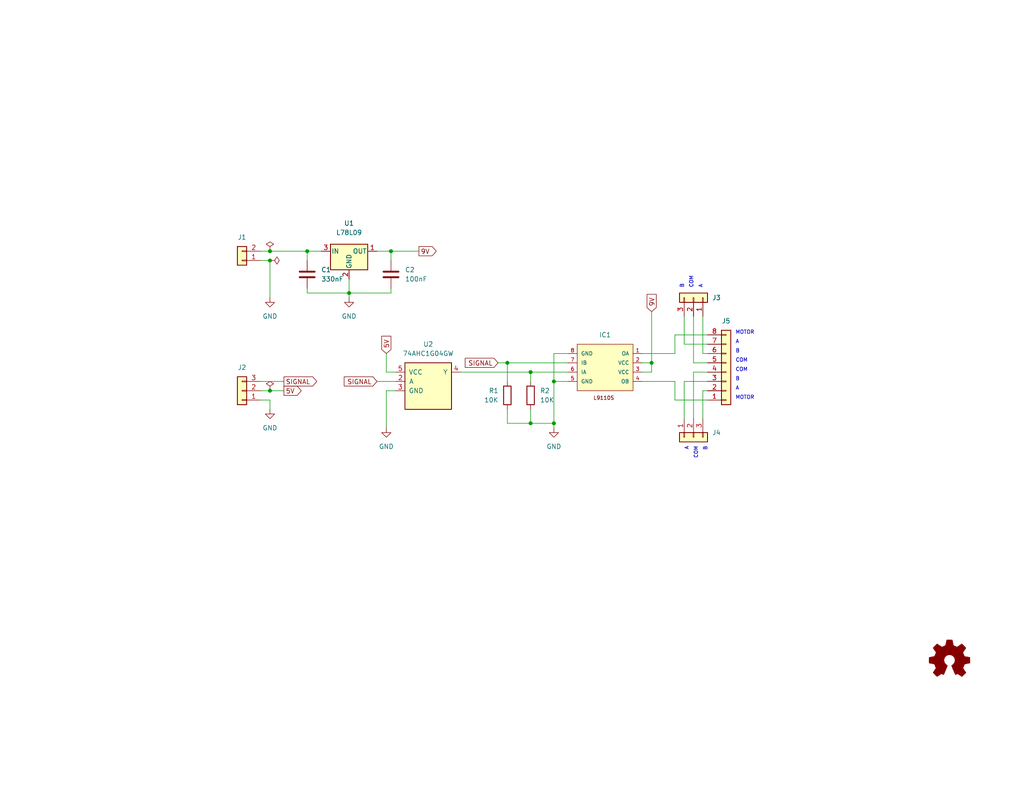
<source format=kicad_sch>
(kicad_sch (version 20211123) (generator eeschema)
  (paper "USLetter")
  (title_block (title "Tortoise Control Board") (date "2022-02-12") (rev "A") (company "Wright Train Works"))
  (lib_symbols
    (symbol "74AHC1G04GW:74AHC1G04GW" (pin_names (offset 1.016))
      (property "Reference" "U" (at -6.35 7.62 0))
      (property "Value" "74AHC1G04GW" (at -6.35 -10.16 0))
      (symbol "74AHC1G04GW_0_0"
        (rectangle (start -6.35 6.35) (end 6.35 -6.35) (stroke (width 0.254)) (fill (type background)))
        (pin no_connect line (at -8.89 -3.81 0) (length 2.54) hide (name "N.C") (number "1"))
        (pin input line (at -8.89 1.27 0) (length 2.64) (name "A") (number "2"))
        (pin passive line (at -8.89 -1.27 0) (length 2.54) (name "GND") (number "3"))
        (pin output line (at 8.89 3.81 180) (length 2.54) (name "Y") (number "4"))
        (pin power_in line (at -8.89 3.81 0) (length 2.54) (name "VCC") (number "5"))
      )
    )
    (symbol "Connector_Generic:Conn_01x02" (pin_names (offset 1.016) hide)
      (property "Reference" "J" (at 0 2.54 0))
      (property "Value" "Conn_01x02" (at 0 -5.08 0))
      (symbol "Conn_01x02_1_1"
        (rectangle (start -1.27 -2.413) (end 0 -2.667) (stroke (width 0.1524)))
        (rectangle (start -1.27 0.127) (end 0 -0.127) (stroke (width 0.1524)))
        (rectangle (start -1.27 1.27) (end 1.27 -3.81) (stroke (width 0.254)) (fill (type background)))
        (pin passive line (at -5.08 0 0) (length 3.81) (name "Pin_1") (number "1"))
        (pin passive line (at -5.08 -2.54 0) (length 3.81) (name "Pin_2") (number "2"))
      )
    )
    (symbol "Connector_Generic:Conn_01x03" (pin_names (offset 1.016) hide)
      (property "Reference" "J" (at 0 5.08 0))
      (property "Value" "Conn_01x03" (at 0 -5.08 0))
      (symbol "Conn_01x03_1_1"
        (rectangle (start -1.27 -2.413) (end 0 -2.667) (stroke (width 0.1524)))
        (rectangle (start -1.27 0.127) (end 0 -0.127) (stroke (width 0.1524)))
        (rectangle (start -1.27 2.667) (end 0 2.413) (stroke (width 0.1524)))
        (rectangle (start -1.27 3.81) (end 1.27 -3.81) (stroke (width 0.254)) (fill (type background)))
        (pin passive line (at -5.08 2.54 0) (length 3.81) (name "Pin_1") (number "1"))
        (pin passive line (at -5.08 0 0) (length 3.81) (name "Pin_2") (number "2"))
        (pin passive line (at -5.08 -2.54 0) (length 3.81) (name "Pin_3") (number "3"))
      )
    )
    (symbol "Connector_Generic:Conn_01x08" (pin_names (offset 1.016) hide)
      (property "Reference" "J" (at 0 10.16 0))
      (property "Value" "Conn_01x08" (at 0 -12.7 0))
      (symbol "Conn_01x08_1_1"
        (rectangle (start -1.27 -10.033) (end 0 -10.287) (stroke (width 0.1524)))
        (rectangle (start -1.27 -7.493) (end 0 -7.747) (stroke (width 0.1524)))
        (rectangle (start -1.27 -4.953) (end 0 -5.207) (stroke (width 0.1524)))
        (rectangle (start -1.27 -2.413) (end 0 -2.667) (stroke (width 0.1524)))
        (rectangle (start -1.27 0.127) (end 0 -0.127) (stroke (width 0.1524)))
        (rectangle (start -1.27 2.667) (end 0 2.413) (stroke (width 0.1524)))
        (rectangle (start -1.27 5.207) (end 0 4.953) (stroke (width 0.1524)))
        (rectangle (start -1.27 7.747) (end 0 7.493) (stroke (width 0.1524)))
        (rectangle (start -1.27 8.89) (end 1.27 -11.43) (stroke (width 0.254)) (fill (type background)))
        (pin passive line (at -5.08 7.62 0) (length 3.81) (name "Pin_1") (number "1"))
        (pin passive line (at -5.08 5.08 0) (length 3.81) (name "Pin_2") (number "2"))
        (pin passive line (at -5.08 2.54 0) (length 3.81) (name "Pin_3") (number "3"))
        (pin passive line (at -5.08 0 0) (length 3.81) (name "Pin_4") (number "4"))
        (pin passive line (at -5.08 -2.54 0) (length 3.81) (name "Pin_5") (number "5"))
        (pin passive line (at -5.08 -5.08 0) (length 3.81) (name "Pin_6") (number "6"))
        (pin passive line (at -5.08 -7.62 0) (length 3.81) (name "Pin_7") (number "7"))
        (pin passive line (at -5.08 -10.16 0) (length 3.81) (name "Pin_8") (number "8"))
      )
    )
    (symbol "Device:C" (pin_numbers hide) (pin_names (offset 0.254))
      (property "Reference" "C" (at 0.635 2.54 0))
      (property "Value" "C" (at 0.635 -2.54 0))
      (symbol "C_0_1"
        (polyline (pts (xy -2.032 -0.762) (xy 2.032 -0.762)) (stroke (width 0.508)))
        (polyline (pts (xy -2.032 0.762) (xy 2.032 0.762)) (stroke (width 0.508)))
      )
      (symbol "C_1_1"
        (pin passive line (at 0 3.81 270) (length 2.794) (name "~") (number "1"))
        (pin passive line (at 0 -3.81 90) (length 2.794) (name "~") (number "2"))
      )
    )
    (symbol "Device:R" (pin_numbers hide) (pin_names (offset 0))
      (property "Reference" "R" (at 2.032 0 90))
      (property "Value" "R" (at 0 0 90))
      (symbol "R_0_1"
        (rectangle (start -1.016 -2.54) (end 1.016 2.54) (stroke (width 0.254)))
      )
      (symbol "R_1_1"
        (pin passive line (at 0 3.81 270) (length 1.27) (name "~") (number "1"))
        (pin passive line (at 0 -3.81 90) (length 1.27) (name "~") (number "2"))
      )
    )
    (symbol "Graphic:Logo_Open_Hardware_Small" (pin_names (offset 1.016))
      (symbol "Logo_Open_Hardware_Small_0_1"
        (polyline (pts (xy 3.3528 -4.3434) (xy 3.302 -4.318) (xy 3.175 -4.2418) (xy 2.9972 -4.1148) (xy 2.7686 -3.9624) (xy 2.54 -3.81) (xy 2.3622 -3.7084) (xy 2.2352 -3.6068) (xy 2.1844 -3.5814) (xy 2.159 -3.6068) (xy 2.0574 -3.6576) (xy 1.905 -3.7338) (xy 1.8034 -3.7846) (xy 1.6764 -3.8354) (xy 1.6002 -3.8354) (xy 1.6002 -3.8354) (xy 1.5494 -3.7338) (xy 1.4732 -3.5306) (xy 1.3462 -3.302) (xy 1.2446 -3.0226) (xy 1.1176 -2.7178) (xy 0.9652 -2.413) (xy 0.8636 -2.1082) (xy 0.7366 -1.8288) (xy 0.6604 -1.6256) (xy 0.6096 -1.4732) (xy 0.5842 -1.397) (xy 0.5842 -1.397) (xy 0.6604 -1.3208) (xy 0.7874 -1.2446) (xy 1.0414 -1.016) (xy 1.2954 -0.6858) (xy 1.4478 -0.3302) (xy 1.524 0.0762) (xy 1.4732 0.4572) (xy 1.3208 0.8128) (xy 1.0668 1.143) (xy 0.762 1.3716) (xy 0.4064 1.524) (xy 0 1.5748) (xy -0.381 1.5494) (xy -0.7366 1.397) (xy -1.0668 1.143) (xy -1.2192 0.9906) (xy -1.397 0.6604) (xy -1.524 0.3048) (xy -1.524 0.2286) (xy -1.4986 -0.1778) (xy -1.397 -0.5334) (xy -1.1938 -0.8636) (xy -0.9144 -1.143) (xy -0.8636 -1.1684) (xy -0.7366 -1.27) (xy -0.635 -1.3462) (xy -0.5842 -1.397) (xy -1.0668 -2.5908) (xy -1.143 -2.794) (xy -1.2954 -3.1242) (xy -1.397 -3.4036) (xy -1.4986 -3.6322) (xy -1.5748 -3.7846) (xy -1.6002 -3.8354) (xy -1.6002 -3.8354) (xy -1.651 -3.8354) (xy -1.7272 -3.81) (xy -1.905 -3.7338) (xy -2.0066 -3.683) (xy -2.1336 -3.6068) (xy -2.2098 -3.5814) (xy -2.2606 -3.6068) (xy -2.3622 -3.683) (xy -2.54 -3.81) (xy -2.7686 -3.9624) (xy -2.9718 -4.0894) (xy -3.1496 -4.2164) (xy -3.302 -4.318) (xy -3.3528 -4.3434) (xy -3.3782 -4.3434) (xy -3.429 -4.318) (xy -3.5306 -4.2164) (xy -3.7084 -4.064) (xy -3.937 -3.8354) (xy -3.9624 -3.81) (xy -4.1656 -3.6068) (xy -4.318 -3.4544) (xy -4.4196 -3.3274) (xy -4.445 -3.2766) (xy -4.445 -3.2766) (xy -4.4196 -3.2258) (xy -4.318 -3.0734) (xy -4.2164 -2.8956) (xy -4.064 -2.667) (xy -3.6576 -2.0828) (xy -3.8862 -1.5494) (xy -3.937 -1.3716) (xy -4.0386 -1.1684) (xy -4.0894 -1.0414) (xy -4.1148 -0.9652) (xy -4.191 -0.9398) (xy -4.318 -0.9144) (xy -4.5466 -0.8636) (xy -4.8006 -0.8128) (xy -5.0546 -0.7874) (xy -5.2578 -0.7366) (xy -5.4356 -0.7112) (xy -5.5118 -0.6858) (xy -5.5118 -0.6858) (xy -5.5372 -0.635) (xy -5.5372 -0.5588) (xy -5.5372 -0.4318) (xy -5.5626 -0.2286) (xy -5.5626 0.0762) (xy -5.5626 0.127) (xy -5.5372 0.4064) (xy -5.5372 0.635) (xy -5.5372 0.762) (xy -5.5372 0.8382) (xy -5.5372 0.8382) (xy -5.461 0.8382) (xy -5.3086 0.889) (xy -5.08 0.9144) (xy -4.826 0.9652) (xy -4.8006 0.9906) (xy -4.5466 1.0414) (xy -4.318 1.0668) (xy -4.1656 1.1176) (xy -4.0894 1.143) (xy -4.0894 1.143) (xy -4.0386 1.2446) (xy -3.9624 1.4224) (xy -3.8608 1.6256) (xy -3.7846 1.8288) (xy -3.7084 2.0066) (xy -3.6576 2.159) (xy -3.6322 2.2098) (xy -3.6322 2.2098) (xy -3.683 2.286) (xy -3.7592 2.413) (xy -3.8862 2.5908) (xy -4.064 2.8194) (xy -4.064 2.8448) (xy -4.2164 3.0734) (xy -4.3434 3.2512) (xy -4.4196 3.3782) (xy -4.445 3.4544) (xy -4.445 3.4544) (xy -4.3942 3.5052) (xy -4.2926 3.6322) (xy -4.1148 3.81) (xy -3.937 4.0132) (xy -3.8608 4.064) (xy -3.6576 4.2926) (xy -3.5052 4.4196) (xy -3.4036 4.4958) (xy -3.3528 4.5212) (xy -3.3528 4.5212) (xy -3.302 4.4704) (xy -3.1496 4.3688) (xy -2.9718 4.2418) (xy -2.7432 4.0894) (xy -2.7178 4.0894) (xy -2.4892 3.937) (xy -2.3114 3.81) (xy -2.1844 3.7084) (xy -2.1336 3.683) (xy -2.1082 3.683) (xy -2.032 3.7084) (xy -1.8542 3.7592) (xy -1.6764 3.8354) (xy -1.4732 3.937) (xy -1.27 4.0132) (xy -1.143 4.064) (xy -1.0668 4.1148) (xy -1.0668 4.1148) (xy -1.0414 4.191) (xy -1.016 4.3434) (xy -0.9652 4.572) (xy -0.9144 4.8514) (xy -0.889 4.9022) (xy -0.8382 5.1562) (xy -0.8128 5.3848) (xy -0.7874 5.5372) (xy -0.762 5.588) (xy -0.7112 5.6134) (xy -0.5842 5.6134) (xy -0.4064 5.6134) (xy -0.1524 5.6134) (xy 0.0762 5.6134) (xy 0.3302 5.6134) (xy 0.5334 5.6134) (xy 0.6858 5.588) (xy 0.7366 5.588) (xy 0.7366 5.588) (xy 0.762 5.5118) (xy 0.8128 5.334) (xy 0.8382 5.1054) (xy 0.9144 4.826) (xy 0.9144 4.7752) (xy 0.9652 4.5212) (xy 1.016 4.2926) (xy 1.0414 4.1402) (xy 1.0668 4.0894) (xy 1.0668 4.0894) (xy 1.1938 4.0386) (xy 1.3716 3.9624) (xy 1.5748 3.8608) (xy 2.0828 3.6576) (xy 2.7178 4.0894) (xy 2.7686 4.1402) (xy 2.9972 4.2926) (xy 3.175 4.4196) (xy 3.302 4.4958) (xy 3.3782 4.5212) (xy 3.3782 4.5212) (xy 3.429 4.4704) (xy 3.556 4.3434) (xy 3.7338 4.191) (xy 3.9116 3.9878) (xy 4.064 3.8354) (xy 4.2418 3.6576) (xy 4.3434 3.556) (xy 4.4196 3.4798) (xy 4.4196 3.429) (xy 4.4196 3.4036) (xy 4.3942 3.3274) (xy 4.2926 3.2004) (xy 4.1656 2.9972) (xy 4.0132 2.794) (xy 3.8862 2.5908) (xy 3.7592 2.3876) (xy 3.6576 2.2352) (xy 3.6322 2.159) (xy 3.6322 2.1336) (xy 3.683 2.0066) (xy 3.7592 1.8288) (xy 3.8608 1.6002) (xy 4.064 1.1176) (xy 4.3942 1.0414) (xy 4.5974 1.016) (xy 4.8768 0.9652) (xy 5.1308 0.9144) (xy 5.5372 0.8382) (xy 5.5626 -0.6604) (xy 5.4864 -0.6858) (xy 5.4356 -0.6858) (xy 5.2832 -0.7366) (xy 5.0546 -0.762) (xy 4.8006 -0.8128) (xy 4.5974 -0.8636) (xy 4.3688 -0.9144) (xy 4.2164 -0.9398) (xy 4.1402 -0.9398) (xy 4.1148 -0.9652) (xy 4.064 -1.0668) (xy 3.9878 -1.2446) (xy 3.9116 -1.4478) (xy 3.81 -1.651) (xy 3.7338 -1.8542) (xy 3.683 -2.0066) (xy 3.6576 -2.0828) (xy 3.683 -2.1336) (xy 3.7846 -2.2606) (xy 3.8862 -2.4638) (xy 4.0386 -2.667) (xy 4.191 -2.8956) (xy 4.318 -3.0734) (xy 4.3942 -3.2004) (xy 4.445 -3.2766) (xy 4.4196 -3.3274) (xy 4.3434 -3.429) (xy 4.1656 -3.5814) (xy 3.937 -3.8354) (xy 3.8862 -3.8608) (xy 3.683 -4.064) (xy 3.5306 -4.2164) (xy 3.4036 -4.318) (xy 3.3528 -4.3434)) (fill (type outline)))
      )
    )
    (symbol "L9110S:L9110S" (pin_names (offset 1.016))
      (property "Reference" "IC" (at 5.08 8.89 0))
      (symbol "L9110S_0_0"
        (rectangle (start -7.62 -5.08) (end 7.62 7.62) (stroke (width 0.1524)) (fill (type background)))
        (text "L9110S" (at -2.54 -7.62 0) (effects (font (size 1 1)) (justify left bottom)))
        (pin output line (at -10.16 5.08 0) (length 2.54) (name "OA") (number "1"))
        (pin power_in line (at -10.16 2.54 0) (length 2.54) (name "VCC") (number "2"))
        (pin power_in line (at -10.16 0 0) (length 2.54) (name "VCC") (number "3"))
        (pin output line (at -10.16 -2.54 0) (length 2.54) (name "OB") (number "4"))
        (pin power_in line (at 10.16 -2.54 180) (length 2.54) (name "GND") (number "5"))
        (pin input line (at 10.16 0 180) (length 2.54) (name "IA") (number "6"))
        (pin input line (at 10.16 2.54 180) (length 2.54) (name "IB") (number "7"))
        (pin power_in line (at 10.16 5.08 180) (length 2.54) (name "GND") (number "8"))
      )
    )
    (symbol "Regulator_Linear:L78L09_SOT89" (pin_names (offset 0.254))
      (property "Reference" "U" (at -3.81 3.175 0))
      (property "Value" "L78L09_SOT89" (at -0.635 3.175 0))
      (symbol "L78L09_SOT89_0_1"
        (rectangle (start -5.08 1.905) (end 5.08 -5.08) (stroke (width 0.254)) (fill (type background)))
      )
      (symbol "L78L09_SOT89_1_1"
        (pin power_out line (at 7.62 0 180) (length 2.54) (name "OUT") (number "1"))
        (pin power_in line (at 0 -7.62 90) (length 2.54) (name "GND") (number "2"))
        (pin power_in line (at -7.62 0 0) (length 2.54) (name "IN") (number "3"))
      )
    )
    (symbol "power:GND" (power) (pin_names (offset 0))
      (property "Value" "GND" (at 0 -3.81 0))
      (symbol "GND_0_1"
        (polyline (pts (xy 0 0) (xy 0 -1.27) (xy 1.27 -1.27) (xy 0 -2.54) (xy -1.27 -1.27) (xy 0 -1.27)))
      )
      (symbol "GND_1_1"
        (pin power_in line (at 0 0 270) (length 0) hide (name "GND") (number "1"))
      )
    )
    (symbol "power:PWR_FLAG" (power) (pin_numbers hide) (pin_names (offset 0) hide)
      (property "Value" "PWR_FLAG" (at 0 3.81 0))
      (symbol "PWR_FLAG_0_0"
        (pin power_out line (at 0 0 90) (length 0) (name "pwr") (number "1"))
      )
      (symbol "PWR_FLAG_0_1"
        (polyline (pts (xy 0 0) (xy 0 1.27) (xy -1.016 1.905) (xy 0 2.54) (xy 1.016 1.905) (xy 0 1.27)))
      )
    )
  )
  (junction (at 144.78 115.57))
  (junction (at 106.68 68.58))
  (junction (at 177.8 99.06))
  (junction (at 151.13 104.14))
  (junction (at 73.66 106.68))
  (junction (at 73.66 68.58))
  (junction (at 83.82 68.58))
  (junction (at 138.43 99.06))
  (junction (at 73.66 71.12))
  (junction (at 151.13 115.57))
  (junction (at 144.78 101.6))
  (junction (at 95.25 80.01))
  (wire (pts (xy 138.43 111.76) (xy 138.43 115.57)))
  (wire (pts (xy 106.68 78.74) (xy 106.68 80.01)))
  (wire (pts (xy 71.12 68.58) (xy 73.66 68.58)))
  (wire (pts (xy 106.68 80.01) (xy 95.25 80.01)))
  (wire (pts (xy 138.43 99.06) (xy 138.43 104.14)))
  (wire (pts (xy 106.68 68.58) (xy 102.87 68.58)))
  (wire (pts (xy 73.66 106.68) (xy 77.47 106.68)))
  (wire (pts (xy 151.13 104.14) (xy 151.13 115.57)))
  (wire (pts (xy 71.12 109.22) (xy 73.66 109.22)))
  (wire (pts (xy 106.68 68.58) (xy 114.3 68.58)))
  (wire (pts (xy 184.15 109.22) (xy 193.04 109.22)))
  (wire (pts (xy 175.26 96.52) (xy 184.15 96.52)))
  (wire (pts (xy 193.04 104.14) (xy 186.69 104.14)))
  (wire (pts (xy 95.25 80.01) (xy 95.25 81.28)))
  (wire (pts (xy 107.95 101.6) (xy 105.41 101.6)))
  (wire (pts (xy 73.66 109.22) (xy 73.66 111.76)))
  (wire (pts (xy 193.04 106.68) (xy 191.77 106.68)))
  (wire (pts (xy 73.66 68.58) (xy 83.82 68.58)))
  (wire (pts (xy 186.69 104.14) (xy 186.69 114.3)))
  (wire (pts (xy 191.77 106.68) (xy 191.77 114.3)))
  (wire (pts (xy 177.8 99.06) (xy 177.8 101.6)))
  (wire (pts (xy 102.87 104.14) (xy 107.95 104.14)))
  (wire (pts (xy 105.41 96.52) (xy 105.41 101.6)))
  (wire (pts (xy 151.13 96.52) (xy 151.13 104.14)))
  (wire (pts (xy 105.41 106.68) (xy 105.41 116.84)))
  (wire (pts (xy 135.89 99.06) (xy 138.43 99.06)))
  (wire (pts (xy 83.82 68.58) (xy 87.63 68.58)))
  (wire (pts (xy 191.77 86.36) (xy 191.77 96.52)))
  (wire (pts (xy 186.69 93.98) (xy 193.04 93.98)))
  (wire (pts (xy 175.26 104.14) (xy 184.15 104.14)))
  (wire (pts (xy 184.15 96.52) (xy 184.15 91.44)))
  (wire (pts (xy 144.78 115.57) (xy 151.13 115.57)))
  (wire (pts (xy 144.78 101.6) (xy 154.94 101.6)))
  (wire (pts (xy 184.15 104.14) (xy 184.15 109.22)))
  (wire (pts (xy 71.12 71.12) (xy 73.66 71.12)))
  (wire (pts (xy 106.68 71.12) (xy 106.68 68.58)))
  (wire (pts (xy 144.78 111.76) (xy 144.78 115.57)))
  (wire (pts (xy 125.73 101.6) (xy 144.78 101.6)))
  (wire (pts (xy 138.43 99.06) (xy 154.94 99.06)))
  (wire (pts (xy 83.82 80.01) (xy 95.25 80.01)))
  (wire (pts (xy 151.13 115.57) (xy 151.13 116.84)))
  (wire (pts (xy 71.12 106.68) (xy 73.66 106.68)))
  (wire (pts (xy 151.13 104.14) (xy 154.94 104.14)))
  (wire (pts (xy 189.23 101.6) (xy 193.04 101.6)))
  (wire (pts (xy 175.26 99.06) (xy 177.8 99.06)))
  (wire (pts (xy 189.23 86.36) (xy 189.23 99.06)))
  (wire (pts (xy 186.69 86.36) (xy 186.69 93.98)))
  (wire (pts (xy 144.78 101.6) (xy 144.78 104.14)))
  (wire (pts (xy 154.94 96.52) (xy 151.13 96.52)))
  (wire (pts (xy 138.43 115.57) (xy 144.78 115.57)))
  (wire (pts (xy 177.8 85.09) (xy 177.8 99.06)))
  (wire (pts (xy 184.15 91.44) (xy 193.04 91.44)))
  (wire (pts (xy 73.66 71.12) (xy 73.66 81.28)))
  (wire (pts (xy 71.12 104.14) (xy 77.47 104.14)))
  (wire (pts (xy 191.77 96.52) (xy 193.04 96.52)))
  (wire (pts (xy 83.82 78.74) (xy 83.82 80.01)))
  (wire (pts (xy 189.23 99.06) (xy 193.04 99.06)))
  (wire (pts (xy 107.95 106.68) (xy 105.41 106.68)))
  (wire (pts (xy 189.23 114.3) (xy 189.23 101.6)))
  (wire (pts (xy 83.82 68.58) (xy 83.82 71.12)))
  (wire (pts (xy 175.26 101.6) (xy 177.8 101.6)))
  (wire (pts (xy 95.25 76.2) (xy 95.25 80.01)))
  (text "A" (at 191.77 78.74 90) (effects (font (size 1 1)) (justify left bottom)))
  (text "B" (at 200.66 104.14 0) (effects (font (size 1 1)) (justify left bottom)))
  (text "B" (at 200.66 96.52 0) (effects (font (size 1 1)) (justify left bottom)))
  (text "COM" (at 200.66 101.6 0) (effects (font (size 1 1)) (justify left bottom)))
  (text "A" (at 200.66 106.68 0) (effects (font (size 1 1)) (justify left bottom)))
  (text "A" (at 187.96 121.92 270) (effects (font (size 1 1)) (justify right bottom)))
  (text "COM" (at 200.66 99.06 0) (effects (font (size 1 1)) (justify left bottom)))
  (text "B" (at 193.04 121.92 270) (effects (font (size 1 1)) (justify right bottom)))
  (text "COM" (at 189.23 78.74 90) (effects (font (size 1 1)) (justify left bottom)))
  (text "MOTOR" (at 200.66 91.44 0) (effects (font (size 1 1)) (justify left bottom)))
  (text "MOTOR" (at 200.66 109.22 0) (effects (font (size 1 1)) (justify left bottom)))
  (text "A" (at 200.66 93.98 0) (effects (font (size 1 1)) (justify left bottom)))
  (text "COM" (at 190.5 121.92 270) (effects (font (size 1 1)) (justify right bottom)))
  (text "B" (at 186.69 78.74 90) (effects (font (size 1 1)) (justify left bottom)))
  (global_label "9V" (shape output) (at 114.3 68.58 0) (property "Intersheet References" "${INTERSHEET_REFS}" (effects hide)))
  (global_label "SIGNAL" (shape input) (at 135.89 99.06 180) (property "Intersheet References" "${INTERSHEET_REFS}" (effects hide)))
  (global_label "5V" (shape input) (at 105.41 96.52 90) (property "Intersheet References" "${INTERSHEET_REFS}" (effects hide)))
  (global_label "9V" (shape input) (at 177.8 85.09 90) (property "Intersheet References" "${INTERSHEET_REFS}" (effects hide)))
  (global_label "SIGNAL" (shape output) (at 77.47 104.14 0) (property "Intersheet References" "${INTERSHEET_REFS}" (effects hide)))
  (global_label "5V" (shape output) (at 77.47 106.68 0) (property "Intersheet References" "${INTERSHEET_REFS}" (effects hide)))
  (global_label "SIGNAL" (shape input) (at 102.87 104.14 180) (property "Intersheet References" "${INTERSHEET_REFS}" (effects hide)))
  (symbol (lib_id "Device:R") (at 138.43 107.95 0) (unit 1)
    (property "Reference" "R1" (at 133.35 106.68 0) (effects (justify left)))
    (property "Value" "10K" (at 132.08 109.22 0) (effects (justify left)))
    (property "Footprint" "Resistor_SMD:R_0603_1608Metric" (effects hide))
    (property "JLCPCB" "C25804" (effects hide))
    (property "LCSC" "C25804" (effects hide))
  )
  (symbol (lib_id "Graphic:Logo_Open_Hardware_Small") (at 259.08 180.34 0) (unit 1)
    (property "Reference" "#LOGO1" (effects hide))
    (property "Value" "Logo_Open_Hardware_Small" (effects hide))
  )
  (symbol (lib_id "Regulator_Linear:L78L09_SOT89") (at 95.25 68.58 0) (unit 1)
    (property "Reference" "U1" (at 95.25 60.96 0))
    (property "Value" "L78L09" (at 95.25 63.5 0))
    (property "Footprint" "Package_TO_SOT_SMD:SOT-89-3" (effects hide))
    (property "Datasheet" "http://www.st.com/content/ccc/resource/technical/document/datasheet/15/55/e5/aa/23/5b/43/fd/CD00000446.pdf/files/CD00000446.pdf/jcr:content/translations/en.CD00000446.pdf" (effects hide))
    (property "JLCPCB" "C8614" (effects hide))
    (property "LCSC" "C8614" (effects hide))
  )
  (symbol (lib_id "power:GND") (at 95.25 81.28 0) (unit 1)
    (property "Reference" "#PWR03" (effects hide))
    (property "Value" "GND" (at 95.25 86.36 0))
  )
  (symbol (lib_id "power:GND") (at 151.13 116.84 0) (unit 1)
    (property "Reference" "#PWR05" (effects hide))
    (property "Value" "GND" (at 151.13 121.92 0))
  )
  (symbol (lib_id "power:GND") (at 105.41 116.84 0) (unit 1)
    (property "Reference" "#PWR04" (effects hide))
    (property "Value" "GND" (at 105.41 121.92 0))
  )
  (symbol (lib_id "Connector_Generic:Conn_01x02") (at 66.04 71.12 180) (unit 1)
    (property "Reference" "J1" (at 66.04 64.77 0))
    (property "Value" "Conn_01x02" (effects hide))
    (property "Footprint" "TerminalBlock_Phoenix:TerminalBlock_Phoenix_PT-1,5-2-3.5-H_1x02_P3.50mm_Horizontal" (effects hide))
  )
  (symbol (lib_id "Connector_Generic:Conn_01x08") (at 198.12 101.6 0) (mirror x) (unit 1)
    (property "Reference" "J5" (at 198.12 87.63 0))
    (property "Value" "Conn_01x08" (effects hide))
    (property "Footprint" "EBM08DSXN:EBM08DSXN" (effects hide))
    (property "Sullins" "EBM08DSXN" (effects hide))
    (property "DigiKey" "S9676-ND" (effects hide))
  )
  (symbol (lib_id "Device:R") (at 144.78 107.95 0) (unit 1)
    (property "Reference" "R2" (at 147.32 106.6799 0) (effects (justify left)))
    (property "Value" "10K" (at 147.32 109.2199 0) (effects (justify left)))
    (property "Footprint" "Resistor_SMD:R_0603_1608Metric" (effects hide))
    (property "JLCPCB" "C25804" (effects hide))
    (property "LCSC" "C25804" (effects hide))
  )
  (symbol (lib_id "Device:C") (at 106.68 74.93 0) (unit 1)
    (property "Reference" "C2" (at 110.49 73.6599 0) (effects (justify left)))
    (property "Value" "100nF" (at 110.49 76.1999 0) (effects (justify left)))
    (property "Footprint" "Capacitor_SMD:C_0603_1608Metric" (effects hide))
    (property "JLCPCB" "C14663" (effects hide))
    (property "LCSC" "C14663" (effects hide))
  )
  (symbol (lib_id "Connector_Generic:Conn_01x03") (at 66.04 106.68 180) (unit 1)
    (property "Reference" "J2" (at 66.04 100.33 0))
    (property "Value" "Conn_01x03" (effects hide))
    (property "Footprint" "Connector_PinHeader_2.54mm:PinHeader_1x03_P2.54mm_Horizontal" (effects hide))
  )
  (symbol (lib_id "Connector_Generic:Conn_01x03") (at 189.23 81.28 270) (mirror x) (unit 1)
    (property "Reference" "J3" (at 194.31 81.2799 90) (effects (justify left)))
    (property "Value" "Conn_01x03" (effects hide))
    (property "Footprint" "TerminalBlock_Phoenix:TerminalBlock_Phoenix_PT-1,5-3-3.5-H_1x03_P3.50mm_Horizontal" (effects hide))
  )
  (symbol (lib_id "power:PWR_FLAG") (at 73.66 71.12 270) (unit 1)
    (property "Reference" "#FLG02" (effects hide))
    (property "Value" "PWR_FLAG" (effects hide))
  )
  (symbol (lib_id "Device:C") (at 83.82 74.93 0) (unit 1)
    (property "Reference" "C1" (at 87.63 73.6599 0) (effects (justify left)))
    (property "Value" "330nF" (at 87.63 76.1999 0) (effects (justify left)))
    (property "Footprint" "Capacitor_SMD:C_0603_1608Metric" (effects hide))
    (property "JLCPCB" "C1615" (effects hide))
    (property "LCSC" "C1615" (effects hide))
  )
  (symbol (lib_id "power:GND") (at 73.66 81.28 0) (mirror y) (unit 1)
    (property "Reference" "#PWR01" (effects hide))
    (property "Value" "GND" (at 73.66 86.36 0))
  )
  (symbol (lib_id "74AHC1G04GW:74AHC1G04GW") (at 116.84 105.41 0) (unit 1)
    (property "Reference" "U2" (at 116.84 93.98 0))
    (property "Value" "74AHC1G04GW" (at 116.84 96.52 0))
    (property "Footprint" "Package_TO_SOT_SMD:SOT-353_SC-70-5" (effects hide))
    (property "JLCPCB" "C148197" (effects hide))
    (property "LCSC" "C148197" (effects hide))
  )
  (symbol (lib_id "power:PWR_FLAG") (at 73.66 68.58 0) (unit 1)
    (property "Reference" "#FLG01" (effects hide))
    (property "Value" "PWR_FLAG" (effects hide))
  )
  (symbol (lib_id "L9110S:L9110S") (at 165.1 101.6 0) (mirror y) (unit 1)
    (property "Reference" "IC1" (at 165.1 91.44 0))
    (property "Value" "L9110S" (effects hide))
    (property "Footprint" "Package_SO:SOIC-8_3.9x4.9mm_P1.27mm" (effects hide))
    (property "JLCPCB" "C725793" (effects hide))
    (property "LCSC" "C725793" (effects hide))
  )
  (symbol (lib_id "power:GND") (at 73.66 111.76 0) (unit 1)
    (property "Reference" "#PWR02" (effects hide))
    (property "Value" "GND" (at 73.66 116.84 0))
  )
  (symbol (lib_id "Connector_Generic:Conn_01x03") (at 189.23 119.38 90) (mirror x) (unit 1)
    (property "Reference" "J4" (at 194.31 118.1099 90) (effects (justify right)))
    (property "Value" "Conn_01x03" (effects hide))
    (property "Footprint" "TerminalBlock_Phoenix:TerminalBlock_Phoenix_PT-1,5-3-3.5-H_1x03_P3.50mm_Horizontal" (effects hide))
  )
  (symbol (lib_id "power:PWR_FLAG") (at 73.66 106.68 0) (unit 1)
    (property "Reference" "#FLG03" (effects hide))
    (property "Value" "PWR_FLAG" (effects hide))
  )
)
</source>
